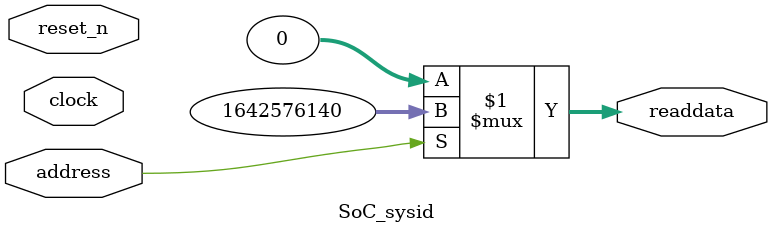
<source format=v>

`timescale 1ns / 1ps
// synthesis translate_on

// turn off superfluous verilog processor warnings 
// altera message_level Level1 
// altera message_off 10034 10035 10036 10037 10230 10240 10030 

module SoC_sysid (
               // inputs:
                address,
                clock,
                reset_n,

               // outputs:
                readdata
             )
;

  output  [ 31: 0] readdata;
  input            address;
  input            clock;
  input            reset_n;

  wire    [ 31: 0] readdata;
  //control_slave, which is an e_avalon_slave
  assign readdata = address ? 1642576140 : 0;

endmodule




</source>
